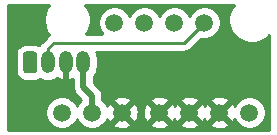
<source format=gbr>
%TF.GenerationSoftware,KiCad,Pcbnew,5.1.9-73d0e3b20d~88~ubuntu20.04.1*%
%TF.CreationDate,2021-04-02T21:11:18-07:00*%
%TF.ProjectId,ld06_adapter,6c643036-5f61-4646-9170-7465722e6b69,A*%
%TF.SameCoordinates,Original*%
%TF.FileFunction,Copper,L2,Bot*%
%TF.FilePolarity,Positive*%
%FSLAX46Y46*%
G04 Gerber Fmt 4.6, Leading zero omitted, Abs format (unit mm)*
G04 Created by KiCad (PCBNEW 5.1.9-73d0e3b20d~88~ubuntu20.04.1) date 2021-04-02 21:11:18*
%MOMM*%
%LPD*%
G01*
G04 APERTURE LIST*
%TA.AperFunction,ComponentPad*%
%ADD10C,1.520000*%
%TD*%
%TA.AperFunction,ComponentPad*%
%ADD11O,1.170000X1.870000*%
%TD*%
%TA.AperFunction,Conductor*%
%ADD12C,0.250000*%
%TD*%
%TA.AperFunction,Conductor*%
%ADD13C,0.500000*%
%TD*%
%TA.AperFunction,Conductor*%
%ADD14C,0.254000*%
%TD*%
%TA.AperFunction,Conductor*%
%ADD15C,0.100000*%
%TD*%
G04 APERTURE END LIST*
D10*
%TO.P,CN1,11*%
%TO.N,/PWM*%
X103810000Y-96190000D03*
%TO.P,CN1,10*%
%TO.N,Net-(CN1-Pad10)*%
X101270000Y-96190000D03*
%TO.P,CN1,9*%
%TO.N,Net-(CN1-Pad9)*%
X98730000Y-96190000D03*
%TO.P,CN1,8*%
%TO.N,Net-(CN1-Pad8)*%
X96190000Y-96190000D03*
%TO.P,CN1,7*%
%TO.N,/TX*%
X107620000Y-103810000D03*
%TO.P,CN1,6*%
%TO.N,/GND*%
X105080000Y-103810000D03*
%TO.P,CN1,5*%
X102540000Y-103810000D03*
%TO.P,CN1,4*%
X100000000Y-103810000D03*
%TO.P,CN1,3*%
X96825000Y-103810000D03*
%TO.P,CN1,2*%
%TO.N,/5V*%
X94285000Y-103810000D03*
%TO.P,CN1,1*%
%TO.N,Net-(CN1-Pad1)*%
X91745000Y-103810000D03*
%TD*%
D11*
%TO.P,CN2,4*%
%TO.N,/5V*%
X93544000Y-99568000D03*
%TO.P,CN2,3*%
%TO.N,/GND*%
X92044000Y-99568000D03*
%TO.P,CN2,2*%
%TO.N,/PWM*%
X90544000Y-99568000D03*
%TO.P,CN2,1*%
%TO.N,/TX*%
%TA.AperFunction,ComponentPad*%
G36*
G01*
X88459000Y-100253001D02*
X88459000Y-98882999D01*
G75*
G02*
X88708999Y-98633000I249999J0D01*
G01*
X89379001Y-98633000D01*
G75*
G02*
X89629000Y-98882999I0J-249999D01*
G01*
X89629000Y-100253001D01*
G75*
G02*
X89379001Y-100503000I-249999J0D01*
G01*
X88708999Y-100503000D01*
G75*
G02*
X88459000Y-100253001I0J249999D01*
G01*
G37*
%TD.AperFunction*%
%TD*%
D12*
%TO.N,/PWM*%
X90544000Y-98383000D02*
X90544000Y-99568000D01*
X91037000Y-97890000D02*
X90544000Y-98383000D01*
X102110000Y-97890000D02*
X91037000Y-97890000D01*
X103810000Y-96190000D02*
X102110000Y-97890000D01*
%TO.N,/TX*%
X89044000Y-99568000D02*
X89044000Y-98866000D01*
D13*
%TO.N,/5V*%
X94285000Y-103810000D02*
X94285000Y-102385000D01*
X93544000Y-101644000D02*
X93544000Y-99568000D01*
X94285000Y-102385000D02*
X93544000Y-101644000D01*
%TD*%
D14*
%TO.N,/GND*%
X90423415Y-95004750D02*
X90273782Y-95365997D01*
X90197500Y-95749495D01*
X90197500Y-96140505D01*
X90273782Y-96524003D01*
X90423415Y-96885250D01*
X90640649Y-97210364D01*
X90660027Y-97229742D01*
X90612724Y-97255026D01*
X90496999Y-97349999D01*
X90473196Y-97379003D01*
X90033003Y-97819196D01*
X90003999Y-97842999D01*
X89965427Y-97890000D01*
X89909026Y-97958724D01*
X89864372Y-98042265D01*
X89838454Y-98090754D01*
X89829135Y-98121476D01*
X89718851Y-98062528D01*
X89552255Y-98011992D01*
X89379001Y-97994928D01*
X88708999Y-97994928D01*
X88535745Y-98011992D01*
X88369149Y-98062528D01*
X88215613Y-98144595D01*
X88081038Y-98255038D01*
X87970595Y-98389613D01*
X87888528Y-98543149D01*
X87837992Y-98709745D01*
X87820928Y-98882999D01*
X87820928Y-100253001D01*
X87837992Y-100426255D01*
X87888528Y-100592851D01*
X87970595Y-100746387D01*
X88081038Y-100880962D01*
X88215613Y-100991405D01*
X88369149Y-101073472D01*
X88535745Y-101124008D01*
X88708999Y-101141072D01*
X89379001Y-101141072D01*
X89552255Y-101124008D01*
X89718851Y-101073472D01*
X89872387Y-100991405D01*
X89908579Y-100961703D01*
X90074868Y-101050587D01*
X90304839Y-101120348D01*
X90544000Y-101143903D01*
X90783162Y-101120348D01*
X91013133Y-101050587D01*
X91225075Y-100937301D01*
X91290735Y-100883415D01*
X91471801Y-101002952D01*
X91694459Y-101093735D01*
X91728750Y-101096566D01*
X91917000Y-100971624D01*
X91917000Y-99695000D01*
X91897000Y-99695000D01*
X91897000Y-99441000D01*
X91917000Y-99441000D01*
X91917000Y-99421000D01*
X92171000Y-99421000D01*
X92171000Y-99441000D01*
X92191000Y-99441000D01*
X92191000Y-99695000D01*
X92171000Y-99695000D01*
X92171000Y-100971624D01*
X92359250Y-101096566D01*
X92393541Y-101093735D01*
X92616199Y-101002952D01*
X92659000Y-100974695D01*
X92659000Y-101600531D01*
X92654719Y-101644000D01*
X92659000Y-101687469D01*
X92659000Y-101687476D01*
X92671805Y-101817489D01*
X92722411Y-101984312D01*
X92804589Y-102138058D01*
X92915183Y-102272817D01*
X92948956Y-102300534D01*
X93385297Y-102736875D01*
X93201433Y-102920739D01*
X93048767Y-103149220D01*
X93015000Y-103230740D01*
X92981233Y-103149220D01*
X92828567Y-102920739D01*
X92634261Y-102726433D01*
X92405780Y-102573767D01*
X92151907Y-102468609D01*
X91882396Y-102415000D01*
X91607604Y-102415000D01*
X91338093Y-102468609D01*
X91084220Y-102573767D01*
X90855739Y-102726433D01*
X90661433Y-102920739D01*
X90508767Y-103149220D01*
X90403609Y-103403093D01*
X90350000Y-103672604D01*
X90350000Y-103947396D01*
X90403609Y-104216907D01*
X90508767Y-104470780D01*
X90661433Y-104699261D01*
X90855739Y-104893567D01*
X91084220Y-105046233D01*
X91338093Y-105151391D01*
X91607604Y-105205000D01*
X91882396Y-105205000D01*
X92151907Y-105151391D01*
X92405780Y-105046233D01*
X92634261Y-104893567D01*
X92828567Y-104699261D01*
X92981233Y-104470780D01*
X93015000Y-104389260D01*
X93048767Y-104470780D01*
X93201433Y-104699261D01*
X93395739Y-104893567D01*
X93624220Y-105046233D01*
X93878093Y-105151391D01*
X94147604Y-105205000D01*
X94422396Y-105205000D01*
X94691907Y-105151391D01*
X94945780Y-105046233D01*
X95174261Y-104893567D01*
X95293691Y-104774137D01*
X96040469Y-104774137D01*
X96107206Y-105014025D01*
X96355892Y-105130924D01*
X96622606Y-105197061D01*
X96897097Y-105209895D01*
X97168817Y-105168931D01*
X97427326Y-105075744D01*
X97542794Y-105014025D01*
X97609531Y-104774137D01*
X99215469Y-104774137D01*
X99282206Y-105014025D01*
X99530892Y-105130924D01*
X99797606Y-105197061D01*
X100072097Y-105209895D01*
X100343817Y-105168931D01*
X100602326Y-105075744D01*
X100717794Y-105014025D01*
X100784531Y-104774137D01*
X101755469Y-104774137D01*
X101822206Y-105014025D01*
X102070892Y-105130924D01*
X102337606Y-105197061D01*
X102612097Y-105209895D01*
X102883817Y-105168931D01*
X103142326Y-105075744D01*
X103257794Y-105014025D01*
X103324531Y-104774137D01*
X104295469Y-104774137D01*
X104362206Y-105014025D01*
X104610892Y-105130924D01*
X104877606Y-105197061D01*
X105152097Y-105209895D01*
X105423817Y-105168931D01*
X105682326Y-105075744D01*
X105797794Y-105014025D01*
X105864531Y-104774137D01*
X105080000Y-103989605D01*
X104295469Y-104774137D01*
X103324531Y-104774137D01*
X102540000Y-103989605D01*
X101755469Y-104774137D01*
X100784531Y-104774137D01*
X100000000Y-103989605D01*
X99215469Y-104774137D01*
X97609531Y-104774137D01*
X96825000Y-103989605D01*
X96040469Y-104774137D01*
X95293691Y-104774137D01*
X95368567Y-104699261D01*
X95521233Y-104470780D01*
X95552830Y-104394499D01*
X95559256Y-104412326D01*
X95620975Y-104527794D01*
X95860863Y-104594531D01*
X96645395Y-103810000D01*
X97004605Y-103810000D01*
X97789137Y-104594531D01*
X98029025Y-104527794D01*
X98145924Y-104279108D01*
X98212061Y-104012394D01*
X98218153Y-103882097D01*
X98600105Y-103882097D01*
X98641069Y-104153817D01*
X98734256Y-104412326D01*
X98795975Y-104527794D01*
X99035863Y-104594531D01*
X99820395Y-103810000D01*
X100179605Y-103810000D01*
X100964137Y-104594531D01*
X101204025Y-104527794D01*
X101267332Y-104393118D01*
X101274256Y-104412326D01*
X101335975Y-104527794D01*
X101575863Y-104594531D01*
X102360395Y-103810000D01*
X102719605Y-103810000D01*
X103504137Y-104594531D01*
X103744025Y-104527794D01*
X103807332Y-104393118D01*
X103814256Y-104412326D01*
X103875975Y-104527794D01*
X104115863Y-104594531D01*
X104900395Y-103810000D01*
X105259605Y-103810000D01*
X106044137Y-104594531D01*
X106284025Y-104527794D01*
X106349600Y-104388293D01*
X106383767Y-104470780D01*
X106536433Y-104699261D01*
X106730739Y-104893567D01*
X106959220Y-105046233D01*
X107213093Y-105151391D01*
X107482604Y-105205000D01*
X107757396Y-105205000D01*
X108026907Y-105151391D01*
X108280780Y-105046233D01*
X108509261Y-104893567D01*
X108703567Y-104699261D01*
X108856233Y-104470780D01*
X108961391Y-104216907D01*
X109015000Y-103947396D01*
X109015000Y-103672604D01*
X108961391Y-103403093D01*
X108856233Y-103149220D01*
X108703567Y-102920739D01*
X108509261Y-102726433D01*
X108280780Y-102573767D01*
X108026907Y-102468609D01*
X107757396Y-102415000D01*
X107482604Y-102415000D01*
X107213093Y-102468609D01*
X106959220Y-102573767D01*
X106730739Y-102726433D01*
X106536433Y-102920739D01*
X106383767Y-103149220D01*
X106352170Y-103225501D01*
X106345744Y-103207674D01*
X106284025Y-103092206D01*
X106044137Y-103025469D01*
X105259605Y-103810000D01*
X104900395Y-103810000D01*
X104115863Y-103025469D01*
X103875975Y-103092206D01*
X103812668Y-103226882D01*
X103805744Y-103207674D01*
X103744025Y-103092206D01*
X103504137Y-103025469D01*
X102719605Y-103810000D01*
X102360395Y-103810000D01*
X101575863Y-103025469D01*
X101335975Y-103092206D01*
X101272668Y-103226882D01*
X101265744Y-103207674D01*
X101204025Y-103092206D01*
X100964137Y-103025469D01*
X100179605Y-103810000D01*
X99820395Y-103810000D01*
X99035863Y-103025469D01*
X98795975Y-103092206D01*
X98679076Y-103340892D01*
X98612939Y-103607606D01*
X98600105Y-103882097D01*
X98218153Y-103882097D01*
X98224895Y-103737903D01*
X98183931Y-103466183D01*
X98090744Y-103207674D01*
X98029025Y-103092206D01*
X97789137Y-103025469D01*
X97004605Y-103810000D01*
X96645395Y-103810000D01*
X95860863Y-103025469D01*
X95620975Y-103092206D01*
X95555400Y-103231707D01*
X95521233Y-103149220D01*
X95368567Y-102920739D01*
X95293691Y-102845863D01*
X96040469Y-102845863D01*
X96825000Y-103630395D01*
X97609531Y-102845863D01*
X99215469Y-102845863D01*
X100000000Y-103630395D01*
X100784531Y-102845863D01*
X101755469Y-102845863D01*
X102540000Y-103630395D01*
X103324531Y-102845863D01*
X104295469Y-102845863D01*
X105080000Y-103630395D01*
X105864531Y-102845863D01*
X105797794Y-102605975D01*
X105549108Y-102489076D01*
X105282394Y-102422939D01*
X105007903Y-102410105D01*
X104736183Y-102451069D01*
X104477674Y-102544256D01*
X104362206Y-102605975D01*
X104295469Y-102845863D01*
X103324531Y-102845863D01*
X103257794Y-102605975D01*
X103009108Y-102489076D01*
X102742394Y-102422939D01*
X102467903Y-102410105D01*
X102196183Y-102451069D01*
X101937674Y-102544256D01*
X101822206Y-102605975D01*
X101755469Y-102845863D01*
X100784531Y-102845863D01*
X100717794Y-102605975D01*
X100469108Y-102489076D01*
X100202394Y-102422939D01*
X99927903Y-102410105D01*
X99656183Y-102451069D01*
X99397674Y-102544256D01*
X99282206Y-102605975D01*
X99215469Y-102845863D01*
X97609531Y-102845863D01*
X97542794Y-102605975D01*
X97294108Y-102489076D01*
X97027394Y-102422939D01*
X96752903Y-102410105D01*
X96481183Y-102451069D01*
X96222674Y-102544256D01*
X96107206Y-102605975D01*
X96040469Y-102845863D01*
X95293691Y-102845863D01*
X95174261Y-102726433D01*
X95170000Y-102723586D01*
X95170000Y-102428465D01*
X95174281Y-102384999D01*
X95170000Y-102341533D01*
X95170000Y-102341523D01*
X95157195Y-102211510D01*
X95106589Y-102044687D01*
X95024411Y-101890941D01*
X94913817Y-101756183D01*
X94880049Y-101728470D01*
X94429000Y-101277422D01*
X94429000Y-100762721D01*
X94563301Y-100599075D01*
X94676587Y-100387133D01*
X94746348Y-100157161D01*
X94764000Y-99977934D01*
X94764000Y-99158065D01*
X94746348Y-98978838D01*
X94676587Y-98748867D01*
X94623741Y-98650000D01*
X102072678Y-98650000D01*
X102110000Y-98653676D01*
X102147322Y-98650000D01*
X102147333Y-98650000D01*
X102258986Y-98639003D01*
X102402247Y-98595546D01*
X102534276Y-98524974D01*
X102650001Y-98430001D01*
X102673804Y-98400997D01*
X103520130Y-97554671D01*
X103672604Y-97585000D01*
X103947396Y-97585000D01*
X104216907Y-97531391D01*
X104470780Y-97426233D01*
X104699261Y-97273567D01*
X104893567Y-97079261D01*
X105046233Y-96850780D01*
X105151391Y-96596907D01*
X105205000Y-96327396D01*
X105205000Y-96052604D01*
X105151391Y-95783093D01*
X105046233Y-95529220D01*
X104893567Y-95300739D01*
X104699261Y-95106433D01*
X104470780Y-94953767D01*
X104216907Y-94848609D01*
X103947396Y-94795000D01*
X103672604Y-94795000D01*
X103403093Y-94848609D01*
X103149220Y-94953767D01*
X102920739Y-95106433D01*
X102726433Y-95300739D01*
X102573767Y-95529220D01*
X102540000Y-95610740D01*
X102506233Y-95529220D01*
X102353567Y-95300739D01*
X102159261Y-95106433D01*
X101930780Y-94953767D01*
X101676907Y-94848609D01*
X101407396Y-94795000D01*
X101132604Y-94795000D01*
X100863093Y-94848609D01*
X100609220Y-94953767D01*
X100380739Y-95106433D01*
X100186433Y-95300739D01*
X100033767Y-95529220D01*
X100000000Y-95610740D01*
X99966233Y-95529220D01*
X99813567Y-95300739D01*
X99619261Y-95106433D01*
X99390780Y-94953767D01*
X99136907Y-94848609D01*
X98867396Y-94795000D01*
X98592604Y-94795000D01*
X98323093Y-94848609D01*
X98069220Y-94953767D01*
X97840739Y-95106433D01*
X97646433Y-95300739D01*
X97493767Y-95529220D01*
X97460000Y-95610740D01*
X97426233Y-95529220D01*
X97273567Y-95300739D01*
X97079261Y-95106433D01*
X96850780Y-94953767D01*
X96596907Y-94848609D01*
X96327396Y-94795000D01*
X96052604Y-94795000D01*
X95783093Y-94848609D01*
X95529220Y-94953767D01*
X95300739Y-95106433D01*
X95106433Y-95300739D01*
X94953767Y-95529220D01*
X94848609Y-95783093D01*
X94795000Y-96052604D01*
X94795000Y-96327396D01*
X94848609Y-96596907D01*
X94953767Y-96850780D01*
X95106433Y-97079261D01*
X95157172Y-97130000D01*
X93778048Y-97130000D01*
X93941585Y-96885250D01*
X94091218Y-96524003D01*
X94167500Y-96140505D01*
X94167500Y-95749495D01*
X94091218Y-95365997D01*
X93941585Y-95004750D01*
X93727935Y-94685000D01*
X106272065Y-94685000D01*
X106058415Y-95004750D01*
X105908782Y-95365997D01*
X105832500Y-95749495D01*
X105832500Y-96140505D01*
X105908782Y-96524003D01*
X106058415Y-96885250D01*
X106275649Y-97210364D01*
X106552136Y-97486851D01*
X106877250Y-97704085D01*
X107238497Y-97853718D01*
X107621995Y-97930000D01*
X108013005Y-97930000D01*
X108396503Y-97853718D01*
X108757750Y-97704085D01*
X109082864Y-97486851D01*
X109315000Y-97254715D01*
X109315001Y-105315000D01*
X87185000Y-105315000D01*
X87185000Y-94685000D01*
X90637065Y-94685000D01*
X90423415Y-95004750D01*
%TA.AperFunction,Conductor*%
D15*
G36*
X90423415Y-95004750D02*
G01*
X90273782Y-95365997D01*
X90197500Y-95749495D01*
X90197500Y-96140505D01*
X90273782Y-96524003D01*
X90423415Y-96885250D01*
X90640649Y-97210364D01*
X90660027Y-97229742D01*
X90612724Y-97255026D01*
X90496999Y-97349999D01*
X90473196Y-97379003D01*
X90033003Y-97819196D01*
X90003999Y-97842999D01*
X89965427Y-97890000D01*
X89909026Y-97958724D01*
X89864372Y-98042265D01*
X89838454Y-98090754D01*
X89829135Y-98121476D01*
X89718851Y-98062528D01*
X89552255Y-98011992D01*
X89379001Y-97994928D01*
X88708999Y-97994928D01*
X88535745Y-98011992D01*
X88369149Y-98062528D01*
X88215613Y-98144595D01*
X88081038Y-98255038D01*
X87970595Y-98389613D01*
X87888528Y-98543149D01*
X87837992Y-98709745D01*
X87820928Y-98882999D01*
X87820928Y-100253001D01*
X87837992Y-100426255D01*
X87888528Y-100592851D01*
X87970595Y-100746387D01*
X88081038Y-100880962D01*
X88215613Y-100991405D01*
X88369149Y-101073472D01*
X88535745Y-101124008D01*
X88708999Y-101141072D01*
X89379001Y-101141072D01*
X89552255Y-101124008D01*
X89718851Y-101073472D01*
X89872387Y-100991405D01*
X89908579Y-100961703D01*
X90074868Y-101050587D01*
X90304839Y-101120348D01*
X90544000Y-101143903D01*
X90783162Y-101120348D01*
X91013133Y-101050587D01*
X91225075Y-100937301D01*
X91290735Y-100883415D01*
X91471801Y-101002952D01*
X91694459Y-101093735D01*
X91728750Y-101096566D01*
X91917000Y-100971624D01*
X91917000Y-99695000D01*
X91897000Y-99695000D01*
X91897000Y-99441000D01*
X91917000Y-99441000D01*
X91917000Y-99421000D01*
X92171000Y-99421000D01*
X92171000Y-99441000D01*
X92191000Y-99441000D01*
X92191000Y-99695000D01*
X92171000Y-99695000D01*
X92171000Y-100971624D01*
X92359250Y-101096566D01*
X92393541Y-101093735D01*
X92616199Y-101002952D01*
X92659000Y-100974695D01*
X92659000Y-101600531D01*
X92654719Y-101644000D01*
X92659000Y-101687469D01*
X92659000Y-101687476D01*
X92671805Y-101817489D01*
X92722411Y-101984312D01*
X92804589Y-102138058D01*
X92915183Y-102272817D01*
X92948956Y-102300534D01*
X93385297Y-102736875D01*
X93201433Y-102920739D01*
X93048767Y-103149220D01*
X93015000Y-103230740D01*
X92981233Y-103149220D01*
X92828567Y-102920739D01*
X92634261Y-102726433D01*
X92405780Y-102573767D01*
X92151907Y-102468609D01*
X91882396Y-102415000D01*
X91607604Y-102415000D01*
X91338093Y-102468609D01*
X91084220Y-102573767D01*
X90855739Y-102726433D01*
X90661433Y-102920739D01*
X90508767Y-103149220D01*
X90403609Y-103403093D01*
X90350000Y-103672604D01*
X90350000Y-103947396D01*
X90403609Y-104216907D01*
X90508767Y-104470780D01*
X90661433Y-104699261D01*
X90855739Y-104893567D01*
X91084220Y-105046233D01*
X91338093Y-105151391D01*
X91607604Y-105205000D01*
X91882396Y-105205000D01*
X92151907Y-105151391D01*
X92405780Y-105046233D01*
X92634261Y-104893567D01*
X92828567Y-104699261D01*
X92981233Y-104470780D01*
X93015000Y-104389260D01*
X93048767Y-104470780D01*
X93201433Y-104699261D01*
X93395739Y-104893567D01*
X93624220Y-105046233D01*
X93878093Y-105151391D01*
X94147604Y-105205000D01*
X94422396Y-105205000D01*
X94691907Y-105151391D01*
X94945780Y-105046233D01*
X95174261Y-104893567D01*
X95293691Y-104774137D01*
X96040469Y-104774137D01*
X96107206Y-105014025D01*
X96355892Y-105130924D01*
X96622606Y-105197061D01*
X96897097Y-105209895D01*
X97168817Y-105168931D01*
X97427326Y-105075744D01*
X97542794Y-105014025D01*
X97609531Y-104774137D01*
X99215469Y-104774137D01*
X99282206Y-105014025D01*
X99530892Y-105130924D01*
X99797606Y-105197061D01*
X100072097Y-105209895D01*
X100343817Y-105168931D01*
X100602326Y-105075744D01*
X100717794Y-105014025D01*
X100784531Y-104774137D01*
X101755469Y-104774137D01*
X101822206Y-105014025D01*
X102070892Y-105130924D01*
X102337606Y-105197061D01*
X102612097Y-105209895D01*
X102883817Y-105168931D01*
X103142326Y-105075744D01*
X103257794Y-105014025D01*
X103324531Y-104774137D01*
X104295469Y-104774137D01*
X104362206Y-105014025D01*
X104610892Y-105130924D01*
X104877606Y-105197061D01*
X105152097Y-105209895D01*
X105423817Y-105168931D01*
X105682326Y-105075744D01*
X105797794Y-105014025D01*
X105864531Y-104774137D01*
X105080000Y-103989605D01*
X104295469Y-104774137D01*
X103324531Y-104774137D01*
X102540000Y-103989605D01*
X101755469Y-104774137D01*
X100784531Y-104774137D01*
X100000000Y-103989605D01*
X99215469Y-104774137D01*
X97609531Y-104774137D01*
X96825000Y-103989605D01*
X96040469Y-104774137D01*
X95293691Y-104774137D01*
X95368567Y-104699261D01*
X95521233Y-104470780D01*
X95552830Y-104394499D01*
X95559256Y-104412326D01*
X95620975Y-104527794D01*
X95860863Y-104594531D01*
X96645395Y-103810000D01*
X97004605Y-103810000D01*
X97789137Y-104594531D01*
X98029025Y-104527794D01*
X98145924Y-104279108D01*
X98212061Y-104012394D01*
X98218153Y-103882097D01*
X98600105Y-103882097D01*
X98641069Y-104153817D01*
X98734256Y-104412326D01*
X98795975Y-104527794D01*
X99035863Y-104594531D01*
X99820395Y-103810000D01*
X100179605Y-103810000D01*
X100964137Y-104594531D01*
X101204025Y-104527794D01*
X101267332Y-104393118D01*
X101274256Y-104412326D01*
X101335975Y-104527794D01*
X101575863Y-104594531D01*
X102360395Y-103810000D01*
X102719605Y-103810000D01*
X103504137Y-104594531D01*
X103744025Y-104527794D01*
X103807332Y-104393118D01*
X103814256Y-104412326D01*
X103875975Y-104527794D01*
X104115863Y-104594531D01*
X104900395Y-103810000D01*
X105259605Y-103810000D01*
X106044137Y-104594531D01*
X106284025Y-104527794D01*
X106349600Y-104388293D01*
X106383767Y-104470780D01*
X106536433Y-104699261D01*
X106730739Y-104893567D01*
X106959220Y-105046233D01*
X107213093Y-105151391D01*
X107482604Y-105205000D01*
X107757396Y-105205000D01*
X108026907Y-105151391D01*
X108280780Y-105046233D01*
X108509261Y-104893567D01*
X108703567Y-104699261D01*
X108856233Y-104470780D01*
X108961391Y-104216907D01*
X109015000Y-103947396D01*
X109015000Y-103672604D01*
X108961391Y-103403093D01*
X108856233Y-103149220D01*
X108703567Y-102920739D01*
X108509261Y-102726433D01*
X108280780Y-102573767D01*
X108026907Y-102468609D01*
X107757396Y-102415000D01*
X107482604Y-102415000D01*
X107213093Y-102468609D01*
X106959220Y-102573767D01*
X106730739Y-102726433D01*
X106536433Y-102920739D01*
X106383767Y-103149220D01*
X106352170Y-103225501D01*
X106345744Y-103207674D01*
X106284025Y-103092206D01*
X106044137Y-103025469D01*
X105259605Y-103810000D01*
X104900395Y-103810000D01*
X104115863Y-103025469D01*
X103875975Y-103092206D01*
X103812668Y-103226882D01*
X103805744Y-103207674D01*
X103744025Y-103092206D01*
X103504137Y-103025469D01*
X102719605Y-103810000D01*
X102360395Y-103810000D01*
X101575863Y-103025469D01*
X101335975Y-103092206D01*
X101272668Y-103226882D01*
X101265744Y-103207674D01*
X101204025Y-103092206D01*
X100964137Y-103025469D01*
X100179605Y-103810000D01*
X99820395Y-103810000D01*
X99035863Y-103025469D01*
X98795975Y-103092206D01*
X98679076Y-103340892D01*
X98612939Y-103607606D01*
X98600105Y-103882097D01*
X98218153Y-103882097D01*
X98224895Y-103737903D01*
X98183931Y-103466183D01*
X98090744Y-103207674D01*
X98029025Y-103092206D01*
X97789137Y-103025469D01*
X97004605Y-103810000D01*
X96645395Y-103810000D01*
X95860863Y-103025469D01*
X95620975Y-103092206D01*
X95555400Y-103231707D01*
X95521233Y-103149220D01*
X95368567Y-102920739D01*
X95293691Y-102845863D01*
X96040469Y-102845863D01*
X96825000Y-103630395D01*
X97609531Y-102845863D01*
X99215469Y-102845863D01*
X100000000Y-103630395D01*
X100784531Y-102845863D01*
X101755469Y-102845863D01*
X102540000Y-103630395D01*
X103324531Y-102845863D01*
X104295469Y-102845863D01*
X105080000Y-103630395D01*
X105864531Y-102845863D01*
X105797794Y-102605975D01*
X105549108Y-102489076D01*
X105282394Y-102422939D01*
X105007903Y-102410105D01*
X104736183Y-102451069D01*
X104477674Y-102544256D01*
X104362206Y-102605975D01*
X104295469Y-102845863D01*
X103324531Y-102845863D01*
X103257794Y-102605975D01*
X103009108Y-102489076D01*
X102742394Y-102422939D01*
X102467903Y-102410105D01*
X102196183Y-102451069D01*
X101937674Y-102544256D01*
X101822206Y-102605975D01*
X101755469Y-102845863D01*
X100784531Y-102845863D01*
X100717794Y-102605975D01*
X100469108Y-102489076D01*
X100202394Y-102422939D01*
X99927903Y-102410105D01*
X99656183Y-102451069D01*
X99397674Y-102544256D01*
X99282206Y-102605975D01*
X99215469Y-102845863D01*
X97609531Y-102845863D01*
X97542794Y-102605975D01*
X97294108Y-102489076D01*
X97027394Y-102422939D01*
X96752903Y-102410105D01*
X96481183Y-102451069D01*
X96222674Y-102544256D01*
X96107206Y-102605975D01*
X96040469Y-102845863D01*
X95293691Y-102845863D01*
X95174261Y-102726433D01*
X95170000Y-102723586D01*
X95170000Y-102428465D01*
X95174281Y-102384999D01*
X95170000Y-102341533D01*
X95170000Y-102341523D01*
X95157195Y-102211510D01*
X95106589Y-102044687D01*
X95024411Y-101890941D01*
X94913817Y-101756183D01*
X94880049Y-101728470D01*
X94429000Y-101277422D01*
X94429000Y-100762721D01*
X94563301Y-100599075D01*
X94676587Y-100387133D01*
X94746348Y-100157161D01*
X94764000Y-99977934D01*
X94764000Y-99158065D01*
X94746348Y-98978838D01*
X94676587Y-98748867D01*
X94623741Y-98650000D01*
X102072678Y-98650000D01*
X102110000Y-98653676D01*
X102147322Y-98650000D01*
X102147333Y-98650000D01*
X102258986Y-98639003D01*
X102402247Y-98595546D01*
X102534276Y-98524974D01*
X102650001Y-98430001D01*
X102673804Y-98400997D01*
X103520130Y-97554671D01*
X103672604Y-97585000D01*
X103947396Y-97585000D01*
X104216907Y-97531391D01*
X104470780Y-97426233D01*
X104699261Y-97273567D01*
X104893567Y-97079261D01*
X105046233Y-96850780D01*
X105151391Y-96596907D01*
X105205000Y-96327396D01*
X105205000Y-96052604D01*
X105151391Y-95783093D01*
X105046233Y-95529220D01*
X104893567Y-95300739D01*
X104699261Y-95106433D01*
X104470780Y-94953767D01*
X104216907Y-94848609D01*
X103947396Y-94795000D01*
X103672604Y-94795000D01*
X103403093Y-94848609D01*
X103149220Y-94953767D01*
X102920739Y-95106433D01*
X102726433Y-95300739D01*
X102573767Y-95529220D01*
X102540000Y-95610740D01*
X102506233Y-95529220D01*
X102353567Y-95300739D01*
X102159261Y-95106433D01*
X101930780Y-94953767D01*
X101676907Y-94848609D01*
X101407396Y-94795000D01*
X101132604Y-94795000D01*
X100863093Y-94848609D01*
X100609220Y-94953767D01*
X100380739Y-95106433D01*
X100186433Y-95300739D01*
X100033767Y-95529220D01*
X100000000Y-95610740D01*
X99966233Y-95529220D01*
X99813567Y-95300739D01*
X99619261Y-95106433D01*
X99390780Y-94953767D01*
X99136907Y-94848609D01*
X98867396Y-94795000D01*
X98592604Y-94795000D01*
X98323093Y-94848609D01*
X98069220Y-94953767D01*
X97840739Y-95106433D01*
X97646433Y-95300739D01*
X97493767Y-95529220D01*
X97460000Y-95610740D01*
X97426233Y-95529220D01*
X97273567Y-95300739D01*
X97079261Y-95106433D01*
X96850780Y-94953767D01*
X96596907Y-94848609D01*
X96327396Y-94795000D01*
X96052604Y-94795000D01*
X95783093Y-94848609D01*
X95529220Y-94953767D01*
X95300739Y-95106433D01*
X95106433Y-95300739D01*
X94953767Y-95529220D01*
X94848609Y-95783093D01*
X94795000Y-96052604D01*
X94795000Y-96327396D01*
X94848609Y-96596907D01*
X94953767Y-96850780D01*
X95106433Y-97079261D01*
X95157172Y-97130000D01*
X93778048Y-97130000D01*
X93941585Y-96885250D01*
X94091218Y-96524003D01*
X94167500Y-96140505D01*
X94167500Y-95749495D01*
X94091218Y-95365997D01*
X93941585Y-95004750D01*
X93727935Y-94685000D01*
X106272065Y-94685000D01*
X106058415Y-95004750D01*
X105908782Y-95365997D01*
X105832500Y-95749495D01*
X105832500Y-96140505D01*
X105908782Y-96524003D01*
X106058415Y-96885250D01*
X106275649Y-97210364D01*
X106552136Y-97486851D01*
X106877250Y-97704085D01*
X107238497Y-97853718D01*
X107621995Y-97930000D01*
X108013005Y-97930000D01*
X108396503Y-97853718D01*
X108757750Y-97704085D01*
X109082864Y-97486851D01*
X109315000Y-97254715D01*
X109315001Y-105315000D01*
X87185000Y-105315000D01*
X87185000Y-94685000D01*
X90637065Y-94685000D01*
X90423415Y-95004750D01*
G37*
%TD.AperFunction*%
%TD*%
M02*

</source>
